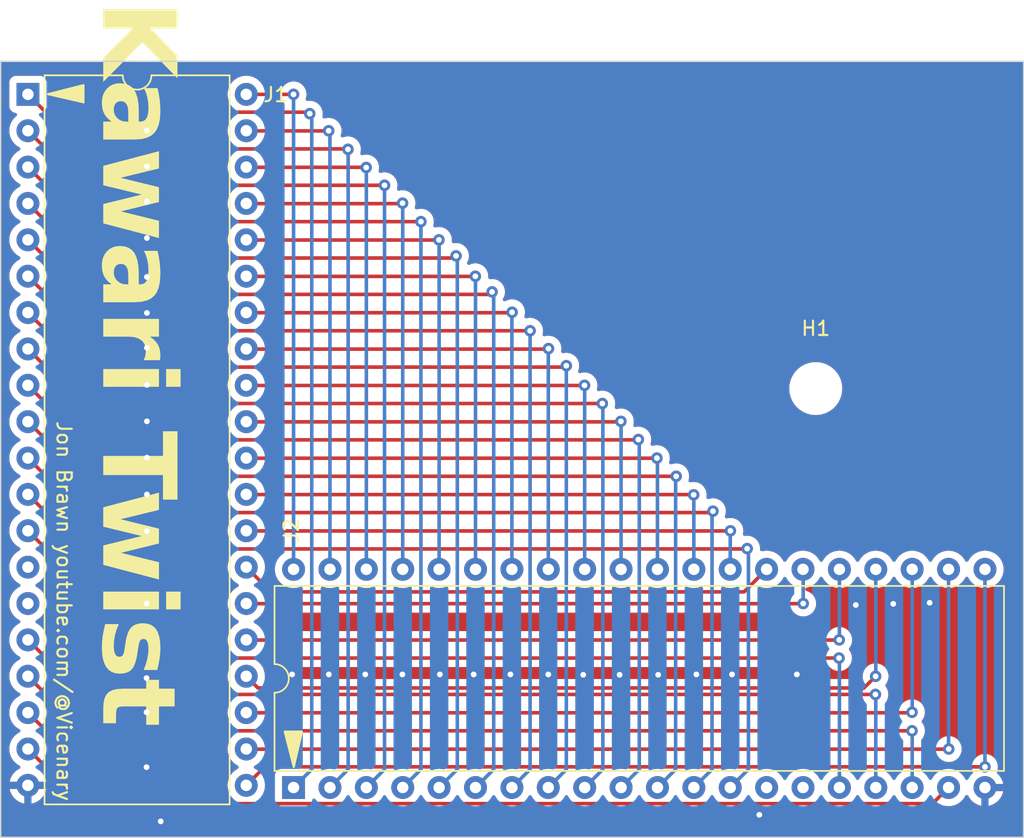
<source format=kicad_pcb>
(kicad_pcb (version 20221018) (generator pcbnew)
  (layers (0 "F.Cu" signal) (1 "In1.Cu" signal) (2 "In2.Cu" signal) (31 "B.Cu" signal) (34 "B.Paste" user) (35 "F.Paste" user) (36 "B.SilkS" user "B.Silkscreen") (37 "F.SilkS" user "F.Silkscreen") (38 "B.Mask" user) (39 "F.Mask" user) (44 "Edge.Cuts" user))
  (net 0 "")
  (net 1 "Net-(J1-Pin_1)")
  (net 2 "Net-(J1-Pin_2)")
  (net 3 "Net-(J1-Pin_3)")
  (net 4 "Net-(J1-Pin_4)")
  (net 5 "Net-(J1-Pin_5)")
  (net 6 "Net-(J1-Pin_6)")
  (net 7 "Net-(J1-Pin_7)")
  (net 8 "Net-(J1-Pin_8)")
  (net 9 "Net-(J1-Pin_9)")
  (net 10 "Net-(J1-Pin_10)")
  (net 11 "Net-(J1-Pin_11)")
  (net 12 "Net-(J1-Pin_12)")
  (net 13 "Net-(J1-Pin_13)")
  (net 14 "Net-(J1-Pin_14)")
  (net 15 "Net-(J1-Pin_15)")
  (net 16 "Net-(J1-Pin_16)")
  (net 17 "Net-(J1-Pin_17)")
  (net 18 "Net-(J1-Pin_18)")
  (net 19 "Net-(J1-Pin_19)")
  (net 20 "Net-(J1-Pin_21)")
  (net 21 "Net-(J1-Pin_22)")
  (net 22 "Net-(J1-Pin_23)")
  (net 23 "Net-(J1-Pin_24)")
  (net 24 "Net-(J1-Pin_25)")
  (net 25 "Net-(J1-Pin_26)")
  (net 26 "Net-(J1-Pin_27)")
  (net 27 "Net-(J1-Pin_28)")
  (net 28 "Net-(J1-Pin_29)")
  (net 29 "Net-(J1-Pin_30)")
  (net 30 "Net-(J1-Pin_31)")
  (net 31 "Net-(J1-Pin_32)")
  (net 32 "Net-(J1-Pin_33)")
  (net 33 "Net-(J1-Pin_34)")
  (net 34 "Net-(J1-Pin_35)")
  (net 35 "Net-(J1-Pin_36)")
  (net 36 "Net-(J1-Pin_37)")
  (net 37 "Net-(J1-Pin_38)")
  (net 38 "Net-(J1-Pin_39)")
  (net 39 "Net-(J1-Pin_40)")
  (net 40 "GND")
  (footprint "Package_DIP:DIP-40_W15.24mm" (layer "F.Cu") (at 108.4326 99.7204 90)
    (fp_text reference "J2" (at 17.94 -0.16 90) (layer "F.SilkS"))
    (fp_text value "Conn_02x20_Counter_Clockwise")
    (fp_line (start 1.16 -1.33) (end 1.16 49.59) (stroke (width 0.12)) (layer "F.SilkS"))
    (fp_line (start 1.16 49.59) (end 14.08 49.59) (stroke (width 0.12)) (layer "F.SilkS"))
    (fp_line (start 6.62 -1.33) (end 1.16 -1.33) (stroke (width 0.12)) (layer "F.SilkS"))
    (fp_line (start 14.08 -1.33) (end 8.62 -1.33) (stroke (width 0.12)) (layer "F.SilkS"))
    (fp_line (start 14.08 49.59) (end 14.08 -1.33) (stroke (width 0.12)) (layer "F.SilkS"))
    (fp_arc (start 8.62 -1.33) (mid 7.62 -0.33) (end 6.62 -1.33) (stroke (width 0.12)) (layer "F.SilkS"))
    (pad "1" thru_hole rect (at 0 0 90) (size 1.6 1.6) (drill 0.8) (layers "*.Cu" "*.Mask") (net 1 "Net-(J1-Pin_1)"))
    (pad "2" thru_hole oval (at 0 2.54 90) (size 1.6 1.6) (drill 0.8) (layers "*.Cu" "*.Mask") (net 2 "Net-(J1-Pin_2)"))
    (pad "3" thru_hole oval (at 0 5.08 90) (size 1.6 1.6) (drill 0.8) (layers "*.Cu" "*.Mask") (net 3 "Net-(J1-Pin_3)"))
    (pad "4" thru_hole oval (at 0 7.62 90) (size 1.6 1.6) (drill 0.8) (layers "*.Cu" "*.Mask") (net 4 "Net-(J1-Pin_4)"))
    (pad "5" thru_hole oval (at 0 10.16 90) (size 1.6 1.6) (drill 0.8) (layers "*.Cu" "*.Mask") (net 5 "Net-(J1-Pin_5)"))
    (pad "6" thru_hole oval (at 0 12.7 90) (size 1.6 1.6) (drill 0.8) (layers "*.Cu" "*.Mask") (net 6 "Net-(J1-Pin_6)"))
    (pad "7" thru_hole oval (at 0 15.24 90) (size 1.6 1.6) (drill 0.8) (layers "*.Cu" "*.Mask") (net 7 "Net-(J1-Pin_7)"))
    (pad "8" thru_hole oval (at 0 17.78 90) (size 1.6 1.6) (drill 0.8) (layers "*.Cu" "*.Mask") (net 8 "Net-(J1-Pin_8)"))
    (pad "9" thru_hole oval (at 0 20.32 90) (size 1.6 1.6) (drill 0.8) (layers "*.Cu" "*.Mask") (net 9 "Net-(J1-Pin_9)"))
    (pad "10" thru_hole oval (at 0 22.86 90) (size 1.6 1.6) (drill 0.8) (layers "*.Cu" "*.Mask") (net 10 "Net-(J1-Pin_10)"))
    (pad "11" thru_hole oval (at 0 25.4 90) (size 1.6 1.6) (drill 0.8) (layers "*.Cu" "*.Mask") (net 11 "Net-(J1-Pin_11)"))
    (pad "12" thru_hole oval (at 0 27.94 90) (size 1.6 1.6) (drill 0.8) (layers "*.Cu" "*.Mask") (net 12 "Net-(J1-Pin_12)"))
    (pad "13" thru_hole oval (at 0 30.48 90) (size 1.6 1.6) (drill 0.8) (layers "*.Cu" "*.Mask") (net 13 "Net-(J1-Pin_13)"))
    (pad "14" thru_hole oval (at 0 33.02 90) (size 1.6 1.6) (drill 0.8) (layers "*.Cu" "*.Mask") (net 14 "Net-(J1-Pin_14)"))
    (pad "15" thru_hole oval (at 0 35.56 90) (size 1.6 1.6) (drill 0.8) (layers "*.Cu" "*.Mask") (net 15 "Net-(J1-Pin_15)"))
    (pad "16" thru_hole oval (at 0 38.1 90) (size 1.6 1.6) (drill 0.8) (layers "*.Cu" "*.Mask") (net 16 "Net-(J1-Pin_16)"))
    (pad "17" thru_hole oval (at 0 40.64 90) (size 1.6 1.6) (drill 0.8) (layers "*.Cu" "*.Mask") (net 17 "Net-(J1-Pin_17)"))
    (pad "18" thru_hole oval (at 0 43.18 90) (size 1.6 1.6) (drill 0.8) (layers "*.Cu" "*.Mask") (net 18 "Net-(J1-Pin_18)"))
    (pad "19" thru_hole oval (at 0 45.72 90) (size 1.6 1.6) (drill 0.8) (layers "*.Cu" "*.Mask") (net 19 "Net-(J1-Pin_19)"))
    (pad "20" thru_hole oval (at 0 48.26 90) (size 1.6 1.6) (drill 0.8) (layers "*.Cu" "*.Mask") (net 40 "GND"))
    (pad "21" thru_hole oval (at 15.24 48.26 90) (size 1.6 1.6) (drill 0.8) (layers "*.Cu" "*.Mask") (net 20 "Net-(J1-Pin_21)"))
    (pad "22" thru_hole oval (at 15.24 45.72 90) (size 1.6 1.6) (drill 0.8) (layers "*.Cu" "*.Mask") (net 21 "Net-(J1-Pin_22)"))
    (pad "23" thru_hole oval (at 15.24 43.18 90) (size 1.6 1.6) (drill 0.8) (layers "*.Cu" "*.Mask") (net 22 "Net-(J1-Pin_23)"))
    (pad "24" thru_hole oval (at 15.24 40.64 90) (size 1.6 1.6) (drill 0.8) (layers "*.Cu" "*.Mask") (net 23 "Net-(J1-Pin_24)"))
    (pad "25" thru_hole oval (at 15.24 38.1 90) (size 1.6 1.6) (drill 0.8) (layers "*.Cu" "*.Mask") (net 24 "Net-(J1-Pin_25)"))
    (pad "26" thru_hole oval (at 15.24 35.56 90) (size 1.6 1.6) (drill 0.8) (layers "*.Cu" "*.Mask") (net 25 "Net-(J1-Pin_26)"))
    (pad "27" thru_hole oval (at 15.24 33.02 90) (size 1.6 1.6) (drill 0.8) (layers "*.Cu" "*.Mask") (net 26 "Net-(J1-Pin_27)"))
    (pad "28" thru_hole oval (at 15.24 30.48 90) (size 1.6 1.6) (drill 0.8) (layers "*.Cu" "*.Mask") (net 27 "Net-(J1-Pin_28)"))
    (pad "29" thru_hole oval (at 15.24 27.94 90) (size 1.6 1.6) (drill 0.8) (layers "*.Cu" "*.Mask") (net 28 "Net-(J1-Pin_29)"))
    (pad "30" thru_hole oval (at 15.24 25.4 90) (size 1.6 1.6) (drill 0.8) (layers "*.Cu" "*.Mask") (net 29 "Net-(J1-Pin_30)"))
    (pad "31" thru_hole oval (at 15.24 22.86 90) (size 1.6 1.6) (drill 0.8) (layers "*.Cu" "*.Mask") (net 30 "Net-(J1-Pin_31)"))
    (pad "32" thru_hole oval (at 15.24 20.32 90) (size 1.6 1.6) (drill 0.8) (layers "*.Cu" "*.Mask") (net 31 "Net-(J1-Pin_32)"))
    (pad "33" thru_hole oval (at 15.24 17.78 90) (size 1.6 1.6) (drill 0.8) (layers "*.Cu" "*.Mask") (net 32 "Net-(J1-Pin_33)"))
    (pad "34" thru_hole oval (at 15.24 15.24 90) (size 1.6 1.6) (drill 0.8) (layers "*.Cu" "*.Mask") (net 33 "Net-(J1-Pin_34)"))
    (pad "35" thru_hole oval (at 15.24 12.7 90) (size 1.6 1.6) (drill 0.8) (layers "*.Cu" "*.Mask") (net 34 "Net-(J1-Pin_35)"))
    (pad "36" thru_hole oval (at 15.24 10.16 90) (size 1.6 1.6) (drill 0.8) (layers "*.Cu" "*.Mask") (net 35 "Net-(J1-Pin_36)"))
    (pad "37" thru_hole oval (at 15.24 7.62 90) (size 1.6 1.6) (drill 0.8) (layers "*.Cu" "*.Mask") (net 36 "Net-(J1-Pin_37)"))
    (pad "38" thru_hole oval (at 15.24 5.08 90) (size 1.6 1.6) (drill 0.8) (layers "*.Cu" "*.Mask") (net 37 "Net-(J1-Pin_38)"))
    (pad "39" thru_hole oval (at 15.24 2.54 90) (size 1.6 1.6) (drill 0.8) (layers "*.Cu" "*.Mask") (net 38 "Net-(J1-Pin_39)"))
    (pad "40" thru_hole oval (at 15.24 0 90) (size 1.6 1.6) (drill 0.8) (layers "*.Cu" "*.Mask") (net 39 "Net-(J1-Pin_40)"))
  )
  (footprint "MountingHole:MountingHole_3.2mm_M3" (layer "F.Cu") (at 144.8816 71.8566)
    (fp_text reference "H1" (at 0 -4.2) (layer "F.SilkS"))
    (fp_text value "MountingHole")
    (pad "" np_thru_hole circle (at 0 0) (size 3.2 3.2) (drill 3.2) (layers "*.Cu" "*.Mask"))
  )
  (footprint "Package_DIP:DIP-40_W15.24mm" (layer "F.Cu") (at 89.8906 51.308)
    (fp_text reference "J1" (at 17.2974 0.0254) (layer "F.SilkS"))
    (fp_text value "Conn_02x20_Counter_Clockwise")
    (fp_line (start 1.16 -1.33) (end 1.16 49.59) (stroke (width 0.12)) (layer "F.SilkS"))
    (fp_line (start 1.16 49.59) (end 14.08 49.59) (stroke (width 0.12)) (layer "F.SilkS"))
    (fp_line (start 6.62 -1.33) (end 1.16 -1.33) (stroke (width 0.12)) (layer "F.SilkS"))
    (fp_line (start 14.08 -1.33) (end 8.62 -1.33) (stroke (width 0.12)) (layer "F.SilkS"))
    (fp_line (start 14.08 49.59) (end 14.08 -1.33) (stroke (width 0.12)) (layer "F.SilkS"))
    (fp_arc (start 8.62 -1.33) (mid 7.62 -0.33) (end 6.62 -1.33) (stroke (width 0.12)) (layer "F.SilkS"))
    (pad "1" thru_hole rect (at 0 0) (size 1.6 1.6) (drill 0.8) (layers "*.Cu" "*.Mask") (net 1 "Net-(J1-Pin_1)"))
    (pad "2" thru_hole oval (at 0 2.54) (size 1.6 1.6) (drill 0.8) (layers "*.Cu" "*.Mask") (net 2 "Net-(J1-Pin_2)"))
    (pad "3" thru_hole oval (at 0 5.08) (size 1.6 1.6) (drill 0.8) (layers "*.Cu" "*.Mask") (net 3 "Net-(J1-Pin_3)"))
    (pad "4" thru_hole oval (at 0 7.62) (size 1.6 1.6) (drill 0.8) (layers "*.Cu" "*.Mask") (net 4 "Net-(J1-Pin_4)"))
    (pad "5" thru_hole oval (at 0 10.16) (size 1.6 1.6) (drill 0.8) (layers "*.Cu" "*.Mask") (net 5 "Net-(J1-Pin_5)"))
    (pad "6" thru_hole oval (at 0 12.7) (size 1.6 1.6) (drill 0.8) (layers "*.Cu" "*.Mask") (net 6 "Net-(J1-Pin_6)"))
    (pad "7" thru_hole oval (at 0 15.24) (size 1.6 1.6) (drill 0.8) (layers "*.Cu" "*.Mask") (net 7 "Net-(J1-Pin_7)"))
    (pad "8" thru_hole oval (at 0 17.78) (size 1.6 1.6) (drill 0.8) (layers "*.Cu" "*.Mask") (net 8 "Net-(J1-Pin_8)"))
    (pad "9" thru_hole oval (at 0 20.32) (size 1.6 1.6) (drill 0.8) (layers "*.Cu" "*.Mask") (net 9 "Net-(J1-Pin_9)"))
    (pad "10" thru_hole oval (at 0 22.86) (size 1.6 1.6) (drill 0.8) (layers "*.Cu" "*.Mask") (net 10 "Net-(J1-Pin_10)"))
    (pad "11" thru_hole oval (at 0 25.4) (size 1.6 1.6) (drill 0.8) (layers "*.Cu" "*.Mask") (net 11 "Net-(J1-Pin_11)"))
    (pad "12" thru_hole oval (at 0 27.94) (size 1.6 1.6) (drill 0.8) (layers "*.Cu" "*.Mask") (net 12 "Net-(J1-Pin_12)"))
    (pad "13" thru_hole oval (at 0 30.48) (size 1.6 1.6) (drill 0.8) (layers "*.Cu" "*.Mask") (net 13 "Net-(J1-Pin_13)"))
    (pad "14" thru_hole oval (at 0 33.02) (size 1.6 1.6) (drill 0.8) (layers "*.Cu" "*.Mask") (net 14 "Net-(J1-Pin_14)"))
    (pad "15" thru_hole oval (at 0 35.56) (size 1.6 1.6) (drill 0.8) (layers "*.Cu" "*.Mask") (net 15 "Net-(J1-Pin_15)"))
    (pad "16" thru_hole oval (at 0 38.1) (size 1.6 1.6) (drill 0.8) (layers "*.Cu" "*.Mask") (net 16 "Net-(J1-Pin_16)"))
    (pad "17" thru_hole oval (at 0 40.64) (size 1.6 1.6) (drill 0.8) (layers "*.Cu" "*.Mask") (net 17 "Net-(J1-Pin_17)"))
    (pad "18" thru_hole oval (at 0 43.18) (size 1.6 1.6) (drill 0.8) (layers "*.Cu" "*.Mask") (net 18 "Net-(J1-Pin_18)"))
    (pad "19" thru_hole oval (at 0 45.72) (size 1.6 1.6) (drill 0.8) (layers "*.Cu" "*.Mask") (net 19 "Net-(J1-Pin_19)"))
    (pad "20" thru_hole oval (at 0 48.26) (size 1.6 1.6) (drill 0.8) (layers "*.Cu" "*.Mask") (net 40 "GND"))
    (pad "21" thru_hole oval (at 15.24 48.26) (size 1.6 1.6) (drill 0.8) (layers "*.Cu" "*.Mask") (net 20 "Net-(J1-Pin_21)"))
    (pad "22" thru_hole oval (at 15.24 45.72) (size 1.6 1.6) (drill 0.8) (layers "*.Cu" "*.Mask") (net 21 "Net-(J1-Pin_22)"))
    (pad "23" thru_hole oval (at 15.24 43.18) (size 1.6 1.6) (drill 0.8) (layers "*.Cu" "*.Mask") (net 22 "Net-(J1-Pin_23)"))
    (pad "24" thru_hole oval (at 15.24 40.64) (size 1.6 1.6) (drill 0.8) (layers "*.Cu" "*.Mask") (net 23 "Net-(J1-Pin_24)"))
    (pad "25" thru_hole oval (at 15.24 38.1) (size 1.6 1.6) (drill 0.8) (layers "*.Cu" "*.Mask") (net 24 "Net-(J1-Pin_25)"))
    (pad "26" thru_hole oval (at 15.24 35.56) (size 1.6 1.6) (drill 0.8) (layers "*.Cu" "*.Mask") (net 25 "Net-(J1-Pin_26)"))
    (pad "27" thru_hole oval (at 15.24 33.02) (size 1.6 1.6) (drill 0.8) (layers "*.Cu" "*.Mask") (net 26 "Net-(J1-Pin_27)"))
    (pad "28" thru_hole oval (at 15.24 30.48) (size 1.6 1.6) (drill 0.8) (layers "*.Cu" "*.Mask") (net 27 "Net-(J1-Pin_28)"))
    (pad "29" thru_hole oval (at 15.24 27.94) (size 1.6 1.6) (drill 0.8) (layers "*.Cu" "*.Mask") (net 28 "Net-(J1-Pin_29)"))
    (pad "30" thru_hole oval (at 15.24 25.4) (size 1.6 1.6) (drill 0.8) (layers "*.Cu" "*.Mask") (net 29 "Net-(J1-Pin_30)"))
    (pad "31" thru_hole oval (at 15.24 22.86) (size 1.6 1.6) (drill 0.8) (layers "*.Cu" "*.Mask") (net 30 "Net-(J1-Pin_31)"))
    (pad "32" thru_hole oval (at 15.24 20.32) (size 1.6 1.6) (drill 0.8) (layers "*.Cu" "*.Mask") (net 31 "Net-(J1-Pin_32)"))
    (pad "33" thru_hole oval (at 15.24 17.78) (size 1.6 1.6) (drill 0.8) (layers "*.Cu" "*.Mask") (net 32 "Net-(J1-Pin_33)"))
    (pad "34" thru_hole oval (at 15.24 15.24) (size 1.6 1.6) (drill 0.8) (layers "*.Cu" "*.Mask") (net 33 "Net-(J1-Pin_34)"))
    (pad "35" thru_hole oval (at 15.24 12.7) (size 1.6 1.6) (drill 0.8) (layers "*.Cu" "*.Mask") (net 34 "Net-(J1-Pin_35)"))
    (pad "36" thru_hole oval (at 15.24 10.16) (size 1.6 1.6) (drill 0.8) (layers "*.Cu" "*.Mask") (net 35 "Net-(J1-Pin_36)"))
    (pad "37" thru_hole oval (at 15.24 7.62) (size 1.6 1.6) (drill 0.8) (layers "*.Cu" "*.Mask") (net 36 "Net-(J1-Pin_37)"))
    (pad "38" thru_hole oval (at 15.24 5.08) (size 1.6 1.6) (drill 0.8) (layers "*.Cu" "*.Mask") (net 37 "Net-(J1-Pin_38)"))
    (pad "39" thru_hole oval (at 15.24 2.54) (size 1.6 1.6) (drill 0.8) (layers "*.Cu" "*.Mask") (net 38 "Net-(J1-Pin_39)"))
    (pad "40" thru_hole oval (at 15.24 0) (size 1.6 1.6) (drill 0.8) (layers "*.Cu" "*.Mask") (net 39 "Net-(J1-Pin_40)"))
  )
  (gr_poly (pts (xy 108.447104 98.276724) (xy 107.818591 95.816026) (xy 109.012391 95.816026)) (stroke (width 0.15)) (fill solid) (layer "F.SilkS"))
  (gr_poly (pts (xy 91.304332 51.293626) (xy 93.76503 50.665113) (xy 93.76503 51.858913)) (stroke (width 0.15)) (fill solid) (layer "F.SilkS"))
  (gr_rect (start 87.992 49) (end 159.3888 103.2) (stroke (width 0.1)) (fill none) (layer "Edge.Cuts"))
  (gr_text "Jon Brawn youtube.com/@Vicenary" (at 91.821 100.7618 270) (layer "F.SilkS") (effects (font (size 1 1)) (justify right bottom)))
  (gr_text "Kawari Twist" (at 94.2848 95.504 -90) (layer "F.SilkS") (effects (font (size 5.08 5.08) (thickness 0.635) bold) (justify right bottom)))
  (segment (start 91.1352 52.5526) (end 89.8906 51.308) (width 0.25) (layer "F.Cu") (net 1))
  (segment (start 109.5636 52.657) (end 109.4592 52.5526) (width 0.25) (layer "F.Cu") (net 1))
  (segment (start 109.4592 52.5526) (end 91.1352 52.5526) (width 0.25) (layer "F.Cu") (net 1))
  (via (at 109.5636 52.657) (size 0.8) (drill 0.4) (layers "F.Cu" "B.Cu") (net 1))
  (segment (start 109.7026 52.796) (end 109.5636 52.657) (width 0.25) (layer "B.Cu") (net 1))
  (segment (start 108.4326 99.7204) (end 109.7026 98.4504) (width 0.25) (layer "B.Cu") (net 1))
  (segment (start 109.7026 98.4504) (end 109.7026 52.796) (width 0.25) (layer "B.Cu") (net 1))
  (segment (start 89.8906 53.848) (end 91.1606 55.118) (width 0.25) (layer "F.Cu") (net 2))
  (segment (start 91.1606 55.118) (end 112.2024 55.118) (width 0.25) (layer "F.Cu") (net 2))
  (segment (start 112.2024 55.118) (end 112.2306 55.1462) (width 0.25) (layer "F.Cu") (net 2))
  (via (at 112.2306 55.1462) (size 0.8) (drill 0.4) (layers "F.Cu" "B.Cu") (net 2))
  (segment (start 112.2426 98.4504) (end 110.9726 99.7204) (width 0.25) (layer "B.Cu") (net 2))
  (segment (start 112.2306 55.1462) (end 112.2426 55.1582) (width 0.25) (layer "B.Cu") (net 2))
  (segment (start 112.2426 55.1582) (end 112.2426 98.4504) (width 0.25) (layer "B.Cu") (net 2))
  (segment (start 91.1606 57.658) (end 114.7826 57.658) (width 0.25) (layer "F.Cu") (net 3))
  (segment (start 89.8906 56.388) (end 91.1606 57.658) (width 0.25) (layer "F.Cu") (net 3))
  (via (at 114.7826 57.658) (size 0.8) (drill 0.4) (layers "F.Cu" "B.Cu") (net 3))
  (segment (start 114.7826 98.4504) (end 113.5126 99.7204) (width 0.25) (layer "B.Cu") (net 3))
  (segment (start 114.7826 57.658) (end 114.7826 98.4504) (width 0.25) (layer "B.Cu") (net 3))
  (segment (start 91.1606 60.198) (end 117.3226 60.198) (width 0.25) (layer "F.Cu") (net 4))
  (segment (start 89.8906 58.928) (end 91.1606 60.198) (width 0.25) (layer "F.Cu") (net 4))
  (via (at 117.3226 60.198) (size 0.8) (drill 0.4) (layers "F.Cu" "B.Cu") (net 4))
  (segment (start 117.3226 98.4504) (end 116.0526 99.7204) (width 0.25) (layer "B.Cu") (net 4))
  (segment (start 117.3226 60.198) (end 117.3226 98.4504) (width 0.25) (layer "B.Cu") (net 4))
  (segment (start 89.8906 61.468) (end 91.1606 62.738) (width 0.25) (layer "F.Cu") (net 5))
  (segment (start 91.1606 62.738) (end 119.6248 62.738) (width 0.25) (layer "F.Cu") (net 5))
  (segment (start 119.6248 62.738) (end 119.7744 62.5884) (width 0.25) (layer "F.Cu") (net 5))
  (via (at 119.7744 62.5884) (size 0.8) (drill 0.4) (layers "F.Cu" "B.Cu") (net 5))
  (segment (start 119.8626 62.6766) (end 119.8626 98.4504) (width 0.25) (layer "B.Cu") (net 5))
  (segment (start 119.8626 98.4504) (end 118.5926 99.7204) (width 0.25) (layer "B.Cu") (net 5))
  (segment (start 119.7744 62.5884) (end 119.8626 62.6766) (width 0.25) (layer "B.Cu") (net 5))
  (segment (start 89.8906 64.008) (end 91.1606 65.278) (width 0.25) (layer "F.Cu") (net 6))
  (segment (start 122.114 65.278) (end 122.289 65.103) (width 0.25) (layer "F.Cu") (net 6))
  (segment (start 91.1606 65.278) (end 122.114 65.278) (width 0.25) (layer "F.Cu") (net 6))
  (via (at 122.289 65.103) (size 0.8) (drill 0.4) (layers "F.Cu" "B.Cu") (net 6))
  (segment (start 122.4026 98.4504) (end 121.1326 99.7204) (width 0.25) (layer "B.Cu") (net 6))
  (segment (start 122.4026 65.2166) (end 122.4026 98.4504) (width 0.25) (layer "B.Cu") (net 6))
  (segment (start 122.289 65.103) (end 122.4026 65.2166) (width 0.25) (layer "B.Cu") (net 6))
  (segment (start 91.1606 67.818) (end 124.9426 67.818) (width 0.25) (layer "F.Cu") (net 7))
  (segment (start 89.8906 66.548) (end 91.1606 67.818) (width 0.25) (layer "F.Cu") (net 7))
  (via (at 124.9426 67.818) (size 0.8) (drill 0.4) (layers "F.Cu" "B.Cu") (net 7))
  (segment (start 124.9426 98.4504) (end 123.6726 99.7204) (width 0.25) (layer "B.Cu") (net 7))
  (segment (start 124.9426 67.782) (end 124.9426 98.4504) (width 0.25) (layer "B.Cu") (net 7))
  (segment (start 127.3718 70.358) (end 127.4706 70.2592) (width 0.25) (layer "F.Cu") (net 8))
  (segment (start 91.1606 70.358) (end 127.3718 70.358) (width 0.25) (layer "F.Cu") (net 8))
  (segment (start 89.8906 69.088) (end 91.1606 70.358) (width 0.25) (layer "F.Cu") (net 8))
  (via (at 127.4706 70.2592) (size 0.8) (drill 0.4) (layers "F.Cu" "B.Cu") (net 8))
  (segment (start 127.4706 70.2592) (end 127.4706 98.4624) (width 0.25) (layer "B.Cu") (net 8))
  (segment (start 127.4706 98.4624) (end 126.2126 99.7204) (width 0.25) (layer "B.Cu") (net 8))
  (segment (start 91.1606 72.898) (end 129.9824 72.898) (width 0.25) (layer "F.Cu") (net 9))
  (segment (start 129.9824 72.898) (end 129.9852 72.9008) (width 0.25) (layer "F.Cu") (net 9))
  (segment (start 89.8906 71.628) (end 91.1606 72.898) (width 0.25) (layer "F.Cu") (net 9))
  (via (at 129.9852 72.9008) (size 0.8) (drill 0.4) (layers "F.Cu" "B.Cu") (net 9))
  (segment (start 129.9852 72.9008) (end 130.0226 72.9382) (width 0.25) (layer "B.Cu") (net 9))
  (segment (start 130.0226 72.9382) (end 130.0226 98.4504) (width 0.25) (layer "B.Cu") (net 9))
  (segment (start 130.0226 98.4504) (end 128.7526 99.7204) (width 0.25) (layer "B.Cu") (net 9))
  (segment (start 91.1606 75.438) (end 132.4772 75.438) (width 0.25) (layer "F.Cu") (net 10))
  (segment (start 132.4772 75.438) (end 132.4998 75.4154) (width 0.25) (layer "F.Cu") (net 10))
  (segment (start 89.8906 74.168) (end 91.1606 75.438) (width 0.25) (layer "F.Cu") (net 10))
  (via (at 132.4998 75.4154) (size 0.8) (drill 0.4) (layers "F.Cu" "B.Cu") (net 10))
  (segment (start 132.4998 75.4154) (end 132.5626 75.4782) (width 0.25) (layer "B.Cu") (net 10))
  (segment (start 132.5626 75.4782) (end 132.5626 98.4504) (width 0.25) (layer "B.Cu") (net 10))
  (segment (start 132.5626 98.4504) (end 131.2926 99.7204) (width 0.25) (layer "B.Cu") (net 10))
  (segment (start 91.1634 77.9808) (end 135.1414 77.9808) (width 0.25) (layer "F.Cu") (net 11))
  (segment (start 89.8906 76.708) (end 91.1634 77.9808) (width 0.25) (layer "F.Cu") (net 11))
  (via (at 135.1414 77.9808) (size 0.8) (drill 0.4) (layers "F.Cu" "B.Cu") (net 11))
  (segment (start 135.1026 78.0196) (end 135.1026 98.4504) (width 0.25) (layer "B.Cu") (net 11))
  (segment (start 135.1414 77.9808) (end 135.1026 78.0196) (width 0.25) (layer "B.Cu") (net 11))
  (segment (start 135.1026 98.4504) (end 133.8326 99.7204) (width 0.25) (layer "B.Cu") (net 11))
  (segment (start 137.608 80.518) (end 137.7068 80.4192) (width 0.25) (layer "F.Cu") (net 12))
  (segment (start 91.1606 80.518) (end 137.608 80.518) (width 0.25) (layer "F.Cu") (net 12))
  (segment (start 89.8906 79.248) (end 91.1606 80.518) (width 0.25) (layer "F.Cu") (net 12))
  (via (at 137.7068 80.4192) (size 0.8) (drill 0.4) (layers "F.Cu" "B.Cu") (net 12))
  (segment (start 137.6426 98.4504) (end 136.3726 99.7204) (width 0.25) (layer "B.Cu") (net 12))
  (segment (start 137.6426 80.4834) (end 137.6426 98.4504) (width 0.25) (layer "B.Cu") (net 12))
  (segment (start 137.7068 80.4192) (end 137.6426 80.4834) (width 0.25) (layer "B.Cu") (net 12))
  (segment (start 89.8906 81.788) (end 91.1606 83.058) (width 0.25) (layer "F.Cu") (net 13))
  (segment (start 140.0718 83.058) (end 140.0944 83.0354) (width 0.25) (layer "F.Cu") (net 13))
  (segment (start 91.1606 83.058) (end 140.0718 83.058) (width 0.25) (layer "F.Cu") (net 13))
  (via (at 140.0944 83.0354) (size 0.8) (drill 0.4) (layers "F.Cu" "B.Cu") (net 13))
  (segment (start 140.1826 98.4504) (end 138.9126 99.7204) (width 0.25) (layer "B.Cu") (net 13))
  (segment (start 140.0944 83.0354) (end 140.1826 83.1236) (width 0.25) (layer "B.Cu") (net 13))
  (segment (start 140.1826 83.1236) (end 140.1826 98.4504) (width 0.25) (layer "B.Cu") (net 13))
  (segment (start 89.8906 89.408) (end 91.1606 90.678) (width 0.25) (layer "F.Cu") (net 16))
  (segment (start 91.1606 90.678) (end 146.5072 90.678) (width 0.25) (layer "F.Cu") (net 16))
  (via (at 146.5072 90.678) (size 0.8) (drill 0.4) (layers "F.Cu" "B.Cu") (net 16))
  (segment (start 146.5326 90.6914) (end 146.5326 99.7204) (width 0.25) (layer "B.Cu") (net 16))
  (segment (start 89.8906 91.948) (end 91.1606 93.218) (width 0.25) (layer "F.Cu") (net 17))
  (segment (start 91.1606 93.218) (end 148.8546 93.218) (width 0.25) (layer "F.Cu") (net 17))
  (segment (start 148.8546 93.218) (end 149.0352 93.3986) (width 0.25) (layer "F.Cu") (net 17))
  (via (at 149.0472 93.218) (size 0.8) (drill 0.4) (layers "F.Cu" "B.Cu") (net 17))
  (segment (start 149.0726 93.436) (end 149.0726 99.7204) (width 0.25) (layer "B.Cu") (net 17))
  (segment (start 149.0352 93.3986) (end 149.0726 93.436) (width 0.25) (layer "B.Cu") (net 17))
  (segment (start 151.4454 95.758) (end 151.6006 95.9132) (width 0.25) (layer "F.Cu") (net 18))
  (segment (start 91.1606 95.758) (end 151.4454 95.758) (width 0.25) (layer "F.Cu") (net 18))
  (segment (start 89.8906 94.488) (end 91.1606 95.758) (width 0.25) (layer "F.Cu") (net 18))
  (via (at 151.6006 95.758) (size 0.8) (drill 0.4) (layers "F.Cu" "B.Cu") (net 18))
  (segment (start 151.6006 95.9132) (end 151.6126 95.9252) (width 0.25) (layer "B.Cu") (net 18))
  (segment (start 151.6126 95.9252) (end 151.6126 99.7204) (width 0.25) (layer "B.Cu") (net 18))
  (segment (start 153.0276 100.8454) (end 154.1526 99.7204) (width 0.25) (layer "F.Cu") (net 19))
  (segment (start 93.708 100.8454) (end 153.0276 100.8454) (width 0.25) (layer "F.Cu") (net 19))
  (segment (start 89.8906 97.028) (end 93.708 100.8454) (width 0.25) (layer "F.Cu") (net 19))
  (segment (start 156.6876 98.2754) (end 156.6926 98.2804) (width 0.25) (layer "F.Cu") (net 20))
  (segment (start 105.1306 99.568) (end 106.4232 98.2754) (width 0.25) (layer "F.Cu") (net 20))
  (segment (start 106.4232 98.2754) (end 156.6876 98.2754) (width 0.25) (layer "F.Cu") (net 20))
  (via (at 156.6926 98.2804) (size 0.8) (drill 0.4) (layers "F.Cu" "B.Cu") (net 20))
  (segment (start 156.6926 98.2804) (end 156.6926 84.4804) (width 0.25) (layer "B.Cu") (net 20))
  (segment (start 105.1306 97.028) (end 105.143 97.0404) (width 0.25) (layer "F.Cu") (net 21))
  (segment (start 154.1564 97.0404) (end 154.166 97.0308) (width 0.25) (layer "F.Cu") (net 21))
  (segment (start 105.143 97.0404) (end 154.1564 97.0404) (width 0.25) (layer "F.Cu") (net 21))
  (via (at 154.166 97.0308) (size 0.8) (drill 0.4) (layers "F.Cu" "B.Cu") (net 21))
  (segment (start 154.166 97.0308) (end 154.1526 97.0174) (width 0.25) (layer "B.Cu") (net 21))
  (segment (start 154.1526 97.0174) (end 154.1526 84.4804) (width 0.25) (layer "B.Cu") (net 21))
  (segment (start 105.143 94.5004) (end 151.5656 94.5004) (width 0.25) (layer "F.Cu") (net 22))
  (segment (start 151.5656 94.5004) (end 151.6006 94.4654) (width 0.25) (layer "F.Cu") (net 22))
  (segment (start 105.1306 94.488) (end 105.143 94.5004) (width 0.25) (layer "F.Cu") (net 22))
  (via (at 151.6006 94.4654) (size 0.8) (drill 0.4) (layers "F.Cu" "B.Cu") (net 22))
  (segment (start 151.6126 94.4534) (end 151.6126 84.4804) (width 0.25) (layer "B.Cu") (net 22))
  (segment (start 151.6006 94.4654) (end 151.6126 94.4534) (width 0.25) (layer "B.Cu") (net 22))
  (segment (start 148.242901 92.768499) (end 149.0606 91.9508) (width 0.25) (layer "F.Cu") (net 23))
  (segment (start 105.951099 92.768499) (end 148.242901 92.768499) (width 0.25) (layer "F.Cu") (net 23))
  (segment (start 105.1306 91.948) (end 105.951099 92.768499) (width 0.25) (layer "F.Cu") (net 23))
  (via (at 149.0606 91.9508) (size 0.8) (drill 0.4) (layers "F.Cu" "B.Cu") (net 23))
  (segment (start 149.0726 91.9388) (end 149.0726 84.4804) (width 0.25) (layer "B.Cu") (net 23))
  (segment (start 149.0606 91.9508) (end 149.0726 91.9388) (width 0.25) (layer "B.Cu") (net 23))
  (segment (start 105.1306 89.408) (end 105.143 89.4204) (width 0.25) (layer "F.Cu") (net 24))
  (segment (start 146.511 89.4204) (end 146.5206 89.4108) (width 0.25) (layer "F.Cu") (net 24))
  (segment (start 105.143 89.4204) (end 146.511 89.4204) (width 0.25) (layer "F.Cu") (net 24))
  (via (at 146.5206 89.4108) (size 0.8) (drill 0.4) (layers "F.Cu" "B.Cu") (net 24))
  (segment (start 146.5326 89.3988) (end 146.5326 84.4804) (width 0.25) (layer "B.Cu") (net 24))
  (segment (start 146.5206 89.4108) (end 146.5326 89.3988) (width 0.25) (layer "B.Cu") (net 24))
  (segment (start 105.1306 86.868) (end 105.143 86.8804) (width 0.25) (layer "F.Cu") (net 25))
  (segment (start 143.9964 86.8804) (end 144.006 86.8708) (width 0.25) (layer "F.Cu") (net 25))
  (segment (start 105.143 86.8804) (end 143.9964 86.8804) (width 0.25) (layer "F.Cu") (net 25))
  (via (at 144.006 86.8708) (size 0.8) (drill 0.4) (layers "F.Cu" "B.Cu") (net 25))
  (segment (start 144.006 86.8708) (end 144.006 84.4938) (width 0.25) (layer "B.Cu") (net 25))
  (segment (start 144.006 84.4938) (end 143.9926 84.4804) (width 0.25) (layer "B.Cu") (net 25))
  (segment (start 106.8578 86.0552) (end 139.8778 86.0552) (width 0.25) (layer "F.Cu") (net 26))
  (segment (start 105.1306 84.328) (end 106.8578 86.0552) (width 0.25) (layer "F.Cu") (net 26))
  (segment (start 139.8778 86.0552) (end 141.4526 84.4804) (width 0.25) (layer "F.Cu") (net 26))
  (segment (start 105.1306 81.788) (end 105.143 81.8004) (width 0.25) (layer "F.Cu") (net 27))
  (segment (start 105.143 81.8004) (end 138.9164 81.8004) (width 0.25) (layer "F.Cu") (net 27))
  (segment (start 138.9164 81.8004) (end 138.926 81.7908) (width 0.25) (layer "F.Cu") (net 27))
  (via (at 138.926 81.7908) (size 0.8) (drill 0.4) (layers "F.Cu" "B.Cu") (net 27))
  (segment (start 138.926 81.7908) (end 138.9126 81.8042) (width 0.25) (layer "B.Cu") (net 27))
  (segment (start 138.9126 81.8042) (end 138.9126 84.4804) (width 0.25) (layer "B.Cu") (net 27))
  (segment (start 105.1306 79.248) (end 105.143 79.2604) (width 0.25) (layer "F.Cu") (net 28))
  (segment (start 136.3448 79.2604) (end 136.3606 79.2762) (width 0.25) (layer "F.Cu") (net 28))
  (segment (start 105.143 79.2604) (end 136.3448 79.2604) (width 0.25) (layer "F.Cu") (net 28))
  (via (at 136.3606 79.2762) (size 0.8) (drill 0.4) (layers "F.Cu" "B.Cu") (net 28))
  (segment (start 136.3606 79.2762) (end 136.3726 79.2882) (width 0.25) (layer "B.Cu") (net 28))
  (segment (start 136.3726 79.2882) (end 136.3726 84.4804) (width 0.25) (layer "B.Cu") (net 28))
  (segment (start 133.7856 76.7204) (end 133.7952 76.7108) (width 0.25) (layer "F.Cu") (net 29))
  (segment (start 105.1306 76.708) (end 105.143 76.7204) (width 0.25) (layer "F.Cu") (net 29))
  (segment (start 105.143 76.7204) (end 133.7856 76.7204) (width 0.25) (layer "F.Cu") (net 29))
  (via (at 133.7952 76.7108) (size 0.8) (drill 0.4) (layers "F.Cu" "B.Cu") (net 29))
  (segment (start 133.7952 76.7108) (end 133.8326 76.7482) (width 0.25) (layer "B.Cu") (net 29))
  (segment (start 133.8326 76.7482) (end 133.8326 84.4804) (width 0.25) (layer "B.Cu") (net 29))
  (segment (start 131.2456 74.1804) (end 131.2806 74.1454) (width 0.25) (layer "F.Cu") (net 30))
  (segment (start 105.143 74.1804) (end 131.2456 74.1804) (width 0.25) (layer "F.Cu") (net 30))
  (segment (start 105.1306 74.168) (end 105.143 74.1804) (width 0.25) (layer "F.Cu") (net 30))
  (via (at 131.2806 74.1454) (size 0.8) (drill 0.4) (layers "F.Cu" "B.Cu") (net 30))
  (segment (start 131.2926 74.1574) (end 131.2926 84.4804) (width 0.25) (layer "B.Cu") (net 30))
  (segment (start 131.2806 74.1454) (end 131.2926 74.1574) (width 0.25) (layer "B.Cu") (net 30))
  (segment (start 128.731 71.6404) (end 128.7406 71.6308) (width 0.25) (layer "F.Cu") (net 31))
  (segment (start 105.143 71.6404) (end 128.731 71.6404) (width 0.25) (layer "F.Cu") (net 31))
  (segment (start 105.1306 71.628) (end 105.143 71.6404) (width 0.25) (layer "F.Cu") (net 31))
  (via (at 128.7406 71.6308) (size 0.8) (drill 0.4) (layers "F.Cu" "B.Cu") (net 31))
  (segment (start 128.7526 71.6428) (end 128.7526 84.4804) (width 0.25) (layer "B.Cu") (net 31))
  (segment (start 128.7406 71.6308) (end 128.7526 71.6428) (width 0.25) (layer "B.Cu") (net 31))
  (segment (start 105.1306 69.088) (end 105.143 69.1004) (width 0.25) (layer "F.Cu") (net 32))
  (segment (start 105.143 69.1004) (end 126.191 69.1004) (width 0.25) (layer "F.Cu") (net 32))
  (segment (start 126.191 69.1004) (end 126.226 69.0654) (width 0.25) (layer "F.Cu") (net 32))
  (via (at 126.226 69.0654) (size 0.8) (drill 0.4) (layers "F.Cu" "B.Cu") (net 32))
  (segment (start 126.226 69.0654) (end 126.2126 69.0788) (width 0.25) (layer "B.Cu") (net 32))
  (segment (start 126.2126 69.0788) (end 126.2126 84.4804) (width 0.25) (layer "B.Cu") (net 32))
  (segment (start 105.143 66.5604) (end 123.651 66.5604) (width 0.25) (layer "F.Cu") (net 33))
  (segment (start 105.1306 66.548) (end 105.143 66.5604) (width 0.25) (layer "F.Cu") (net 33))
  (segment (start 123.651 66.5604) (end 123.686 66.5254) (width 0.25) (layer "F.Cu") (net 33))
  (via (at 123.686 66.5254) (size 0.8) (drill 0.4) (layers "F.Cu" "B.Cu") (net 33))
  (segment (start 123.6726 66.5388) (end 123.6726 84.4804) (width 0.25) (layer "B.Cu") (net 33))
  (segment (start 123.686 66.5254) (end 123.6726 66.5388) (width 0.25) (layer "B.Cu") (net 33))
  (segment (start 121.111 64.0204) (end 121.1206 64.0108) (width 0.25) (layer "F.Cu") (net 34))
  (segment (start 105.143 64.0204) (end 121.111 64.0204) (width 0.25) (layer "F.Cu") (net 34))
  (segment (start 105.1306 64.008) (end 105.143 64.0204) (width 0.25) (layer "F.Cu") (net 34))
  (via (at 121.1206 64.0108) (size 0.8) (drill 0.4) (layers "F.Cu" "B.Cu") (net 34))
  (segment (start 121.1326 64.0228) (end 121.1326 84.4804) (width 0.25) (layer "B.Cu") (net 34))
  (segment (start 121.1206 64.0108) (end 121.1326 64.0228) (width 0.25) (layer "B.Cu") (net 34))
  (segment (start 105.143 61.4804) (end 118.571 61.4804) (width 0.25) (layer "F.Cu") (net 35))
  (segment (start 105.1306 61.468) (end 105.143 61.4804) (width 0.25) (layer "F.Cu") (net 35))
  (segment (start 118.571 61.4804) (end 118.5806 61.4708) (width 0.25) (layer "F.Cu") (net 35))
  (via (at 118.5806 61.4708) (size 0.8) (drill 0.4) (layers "F.Cu" "B.Cu") (net 35))
  (segment (start 118.5926 61.4828) (end 118.5926 84.4804) (width 0.25) (layer "B.Cu") (net 35))
  (segment (start 118.5806 61.4708) (end 118.5926 61.4828) (width 0.25) (layer "B.Cu") (net 35))
  (segment (start 105.143 58.9404) (end 116.0056 58.9404) (width 0.25) (layer "F.Cu") (net 36))
  (segment (start 116.0056 58.9404) (end 116.0406 58.9054) (width 0.25) (layer "F.Cu") (net 36))
  (segment (start 105.1306 58.928) (end 105.143 58.9404) (width 0.25) (layer "F.Cu") (net 36))
  (via (at 116.0406 58.9054) (size 0.8) (drill 0.4) (layers "F.Cu" "B.Cu") (net 36))
  (segment (start 116.0406 58.9054) (end 116.0526 58.9174) (width 0.25) (layer "B.Cu") (net 36))
  (segment (start 116.0526 58.9174) (end 116.0526 84.4804) (width 0.25) (layer "B.Cu") (net 36))
  (segment (start 105.1306 56.388) (end 105.143 56.4004) (width 0.25) (layer "F.Cu") (net 37))
  (segment (start 113.4848 56.4004) (end 113.5006 56.4162) (width 0.25) (layer "F.Cu") (net 37))
  (segment (start 105.143 56.4004) (end 113.4848 56.4004) (width 0.25) (layer "F.Cu") (net 37))
  (via (at 113.5006 56.4162) (size 0.8) (drill 0.4) (layers "F.Cu" "B.Cu") (net 37))
  (segment (start 113.5126 56.4282) (end 113.5126 84.4804) (width 0.25) (layer "B.Cu") (net 37))
  (segment (start 113.5006 56.4162) (end 113.5126 56.4282) (width 0.25) (layer "B.Cu") (net 37))
  (segment (start 105.1306 53.848) (end 105.143 53.8604) (width 0.25) (layer "F.Cu") (net 38))
  (segment (start 110.8748 53.8604) (end 110.8844 53.8508) (width 0.25) (layer "F.Cu") (net 38))
  (segment (start 105.143 53.8604) (end 110.8748 53.8604) (width 0.25) (layer "F.Cu") (net 38))
  (via (at 110.8844 53.8508) (size 0.8) (drill 0.4) (layers "F.Cu" "B.Cu") (net 38))
  (segment (start 110.9726 53.939) (end 110.9726 84.4804) (width 0.25) (layer "B.Cu") (net 38))
  (segment (start 110.8844 53.8508) (end 110.9726 53.939) (width 0.25) (layer "B.Cu") (net 38))
  (segment (start 105.1306 51.308) (end 108.4326 51.308) (width 0.25) (layer "F.Cu") (net 39))
  (via (at 108.4326 51.308) (size 0.8) (drill 0.4) (layers "F.Cu" "B.Cu") (net 39))
  (segment (start 108.4326 51.308) (end 108.4326 84.4804) (width 0.25) (layer "B.Cu") (net 39))
  (segment (start 143.5354 91.8464) (end 143.5354 91.8464) (width 0.25) (layer "F.Cu") (net 40))
  (via (at 98.1964 71.6026) (size 0.8) (drill 0.4) (layers "F.Cu" "B.Cu") (net 40))
  (via (at 98.1964 58.801) (size 0.8) (drill 0.4) (layers "F.Cu" "B.Cu") (net 40))
  (via (at 98.1964 64.0588) (size 0.8) (drill 0.4) (layers "F.Cu" "B.Cu") (net 40))
  (via (at 98.1964 74.1426) (size 0.8) (drill 0.4) (layers "F.Cu" "B.Cu") (net 40))
  (via (at 152.8318 86.8172) (size 0.8) (drill 0.4) (layers "F.Cu" "B.Cu") (net 40))
  (via (at 108.331 91.821) (size 0.8) (drill 0.4) (layers "F.Cu" "B.Cu") (net 40))
  (via (at 98.1964 81.8134) (size 0.8) (drill 0.4) (layers "F.Cu" "B.Cu") (net 40))
  (via (at 98.171 98.298) (size 0.8) (drill 0.4) (layers "F.Cu" "B.Cu") (net 40))
  (via (at 140.9446 101.6254) (size 0.8) (drill 0.4) (layers "F.Cu" "B.Cu") (net 40))
  (via (at 98.1964 66.5734) (size 0.8) (drill 0.4) (layers "F.Cu" "B.Cu") (net 40))
  (via (at 98.171 94.4626) (size 0.8) (drill 0.4) (layers "F.Cu" "B.Cu") (net 40))
  (via (at 98.1964 53.848) (size 0.8) (drill 0.4) (layers "F.Cu" "B.Cu") (net 40))
  (via (at 98.1964 69.0118) (size 0.8) (drill 0.4) (layers "F.Cu" "B.Cu") (net 40))
  (via (at 113.4364 91.821) (size 0.8) (drill 0.4) (layers "F.Cu" "B.Cu") (net 40))
  (via (at 110.8964 91.821) (size 0.8) (drill 0.4) (layers "F.Cu" "B.Cu") (net 40))
  (via (at 150.2918 86.8934) (size 0.8) (drill 0.4) (layers "F.Cu" "B.Cu") (net 40))
  (via (at 98.1964 79.248) (size 0.8) (drill 0.4) (layers "F.Cu" "B.Cu") (net 40))
  (via (at 98.1844 86.8708) (size 0.8) (drill 0.4) (layers "F.Cu" "B.Cu") (net 40))
  (via (at 139.0396 91.821) (size 0.8) (drill 0.4) (layers "F.Cu" "B.Cu") (net 40))
  (via (at 118.6434 91.821) (size 0.8) (drill 0.4) (layers "F.Cu" "B.Cu") (net 40))
  (via (at 121.0056 91.821) (size 0.8) (drill 0.4) (layers "F.Cu" "B.Cu") (net 40))
  (via (at 136.5504 91.821) (size 0.8) (drill 0.4) (layers "F.Cu" "B.Cu") (net 40))
  (via (at 147.6756 86.9696) (size 0.8) (drill 0.4) (layers "F.Cu" "B.Cu") (net 40))
  (via (at 131.191 91.8464) (size 0.8) (drill 0.4) (layers "F.Cu" "B.Cu") (net 40))
  (via (at 98.1964 61.341) (size 0.8) (drill 0.4) (layers "F.Cu" "B.Cu") (net 40))
  (via (at 116.0272 91.821) (size 0.8) (drill 0.4) (layers "F.Cu" "B.Cu") (net 40))
  (via (at 133.8834 91.8464) (size 0.8) (drill 0.4) (layers "F.Cu" "B.Cu") (net 40))
  (via (at 98.1964 76.6826) (size 0.8) (drill 0.4) (layers "F.Cu" "B.Cu") (net 40))
  (via (at 98.1964 56.3372) (size 0.8) (drill 0.4) (layers "F.Cu" "B.Cu") (net 40))
  (via (at 98.171 92.075) (size 0.8) (drill 0.4) (layers "F.Cu" "B.Cu") (net 40))
  (via (at 123.571 91.821) (size 0.8) (drill 0.4) (layers "F.Cu" "B.Cu") (net 40))
  (via (at 128.651 91.8464) (size 0.8) (drill 0.4) (layers "F.Cu" "B.Cu") (net 40))
  (via (at 99.1616 102.0826) (size 0.8) (drill 0.4) (layers "F.Cu" "B.Cu") (net 40))
  (via (at 143.5608 91.821) (size 0.8) (drill 0.4) (layers "F.Cu" "B.Cu") (net 40))
  (via (at 126.2126 91.821) (size 0.8) (drill 0.4) (layers "F.Cu" "B.Cu") (net 40))
  (zone (net 40) (net_name "GND") (layer "F.Cu") (priority 1) (connect_pads (clearance 0.5)) (min_thickness 0.25) (fill yes (thermal_gap 0.5) (thermal_bridge_width 0.5))
    (polygon (pts (xy 87.9856 48.9966) (xy 159.385 48.9966) (xy 159.385 103.1748) (xy 87.9856 103.2002)))
  )
  (zone (net 40) (net_name "GND") (layer "B.Cu") (priority 2) (connect_pads (clearance 0.5)) (min_thickness 0.25) (fill yes (thermal_gap 0.5) (thermal_bridge_width 0.5))
    (polygon (pts (xy 87.9983 48.9966) (xy 159.3977 48.9966) (xy 159.3977 103.2002) (xy 87.9729 103.2002)))
  )
)
</source>
